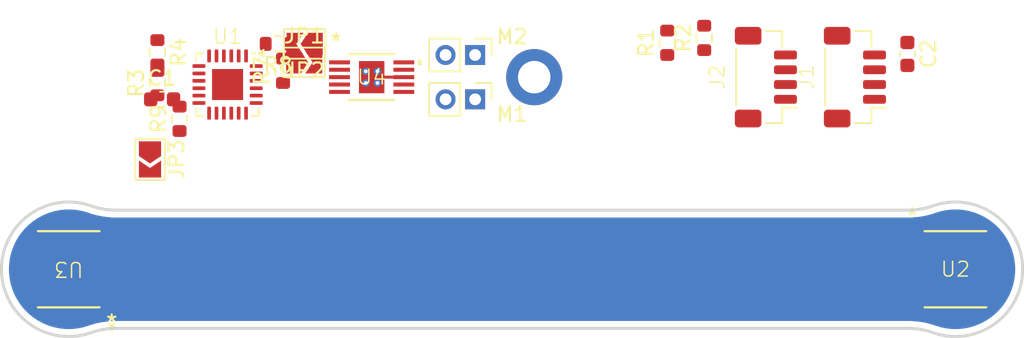
<source format=kicad_pcb>
(kicad_pcb (version 20241229) (generator "pcbnew") (generator_version "9.0")
  (layers (0 "F.Cu" signal) (2 "B.Cu" signal) (13 "F.Paste" user) (15 "B.Paste" user) (5 "F.SilkS" user "F.Silkscreen") (7 "B.SilkS" user "B.Silkscreen") (1 "F.Mask" user) (3 "B.Mask" user) (25 "Edge.Cuts" user))
  (net 0 "")
  (net 1 "+3.3V")
  (net 3 "/SDA")
  (net 4 "/SCL")
  (net 5 "/ADDR_0")
  (net 6 "/ADDR_1")
  (net 7 "/ADDR_2")
  (net 8 "/SDA0")
  (net 9 "/SCL0")
  (net 10 "/SCL1")
  (net 11 "/SDA1")
  (net 24 "GND")
  (net 31 "/M1")
  (net 32 "/M2")
  (footprint "MountingHole:MountingHole_2.2mm_M2_ISO14580_Pad" (layer "F.Cu") (at 151 87)
    (property "Reference" "H1" (hide yes))
    (property "Value" "MountingHole")
    (pad "1" thru_hole circle (at 0 0) (size 3.8 3.8) (drill 2.2) (layers "*.Cu" "*.Mask"))
  )
  (footprint "footprints:AS5600L-ASOM_AMS" (layer "F.Cu") (at 179.5 100)
    (property "Reference" "U2" (at 0 0 0) (layer "F.SilkS") (effects (font (thickness 0.1))))
    (property "Value" "AS5600L-ASOM" (hide yes))
    (fp_line (start -2.0828 2.5781) (end 2.0828 2.5781) (stroke (width 0.1524)) (layer "F.SilkS"))
    (fp_line (start 2.0828 -2.5781) (end -2.0828 -2.5781) (stroke (width 0.1524)) (layer "F.SilkS"))
    (fp_text user "*" (at -2.9097 -3.6068 0) (layer "F.SilkS"))
    (fp_text user "*" (at -2.9097 -3.6068 0) (layer "F.SilkS"))
    (pad "1" smd rect (at -2.6557 -1.905) (size 1.3998 0.5588) (layers "F.Cu" "F.Mask" "F.Paste") (net 1 "+3.3V"))
    (pad "2" smd rect (at -2.6557 -0.635) (size 1.3998 0.5588) (layers "F.Cu" "F.Mask" "F.Paste") (net 1 "+3.3V"))
    (pad "3" smd rect (at -2.6557 0.635) (size 1.3998 0.5588) (layers "F.Cu" "F.Mask" "F.Paste"))
    (pad "4" smd rect (at -2.6557 1.905) (size 1.3998 0.5588) (layers "F.Cu" "F.Mask" "F.Paste") (net 24 "GND"))
    (pad "5" smd rect (at 2.6557 1.905) (size 1.3998 0.5588) (layers "F.Cu" "F.Mask" "F.Paste"))
    (pad "6" smd rect (at 2.6557 0.635) (size 1.3998 0.5588) (layers "F.Cu" "F.Mask" "F.Paste") (net 8 "/SDA0"))
    (pad "7" smd rect (at 2.6557 -0.635) (size 1.3998 0.5588) (layers "F.Cu" "F.Mask" "F.Paste") (net 9 "/SCL0"))
    (pad "8" smd rect (at 2.6557 -1.905) (size 1.3998 0.5588) (layers "F.Cu" "F.Mask" "F.Paste") (net 24 "GND"))
  )
  (footprint "Resistor_SMD:R_0603_1608Metric" (layer "F.Cu") (at 134 86.57 90)
    (property "Reference" "R7" (at 0 -1.43 90) (layer "F.SilkS"))
    (property "Value" "100k")
    (fp_line (start -0.237258 -0.5225) (end 0.237258 -0.5225) (stroke (width 0.12)) (layer "F.SilkS"))
    (fp_line (start -0.237258 0.5225) (end 0.237258 0.5225) (stroke (width 0.12)) (layer "F.SilkS"))
    (pad "1" smd roundrect (at -0.825 0 90) (size 0.8 0.95) (layers "F.Cu" "F.Mask" "F.Paste") (net 5 "/ADDR_0"))
    (pad "2" smd roundrect (at 0.825 0 90) (size 0.8 0.95) (layers "F.Cu" "F.Mask" "F.Paste") (net 24 "GND"))
  )
  (footprint "Resistor_SMD:R_0603_1608Metric" (layer "F.Cu") (at 125.5 85.32 -90)
    (property "Reference" "R4" (at 0 -1.43 270) (layer "F.SilkS"))
    (property "Value" "4.7k")
    (fp_line (start -0.237258 0.5225) (end 0.237258 0.5225) (stroke (width 0.12)) (layer "F.SilkS"))
    (fp_line (start -0.237258 -0.5225) (end 0.237258 -0.5225) (stroke (width 0.12)) (layer "F.SilkS"))
    (pad "1" smd roundrect (at -0.825 0 270) (size 0.8 0.95) (layers "F.Cu" "F.Mask" "F.Paste") (net 1 "+3.3V"))
    (pad "2" smd roundrect (at 0.825 0 270) (size 0.8 0.95) (layers "F.Cu" "F.Mask" "F.Paste") (net 11 "/SDA1"))
  )
  (footprint "Capacitor_SMD:C_0603_1608Metric" (layer "F.Cu") (at 176.25 85.43 -90)
    (property "Reference" "C2" (at 0 -1.43 270) (layer "F.SilkS"))
    (property "Value" "100nF")
    (fp_line (start -0.14058 0.51) (end 0.14058 0.51) (stroke (width 0.12)) (layer "F.SilkS"))
    (fp_line (start -0.14058 -0.51) (end 0.14058 -0.51) (stroke (width 0.12)) (layer "F.SilkS"))
    (pad "1" smd roundrect (at -0.775 0 270) (size 0.9 0.95) (layers "F.Cu" "F.Mask" "F.Paste") (net 1 "+3.3V"))
    (pad "2" smd roundrect (at 0.775 0 270) (size 0.9 0.95) (layers "F.Cu" "F.Mask" "F.Paste") (net 24 "GND"))
  )
  (footprint "Resistor_SMD:R_0603_1608Metric" (layer "F.Cu") (at 160 84.675 90)
    (property "Reference" "R1" (at 0 -1.43 90) (layer "F.SilkS"))
    (property "Value" "4.7k")
    (fp_line (start -0.237258 -0.5225) (end 0.237258 -0.5225) (stroke (width 0.12)) (layer "F.SilkS"))
    (fp_line (start -0.237258 0.5225) (end 0.237258 0.5225) (stroke (width 0.12)) (layer "F.SilkS"))
    (pad "1" smd roundrect (at -0.825 0 90) (size 0.8 0.95) (layers "F.Cu" "F.Mask" "F.Paste") (net 1 "+3.3V"))
    (pad "2" smd roundrect (at 0.825 0 90) (size 0.8 0.95) (layers "F.Cu" "F.Mask" "F.Paste") (net 8 "/SDA0"))
  )
  (footprint "footprints:AS5600L-ASOM_AMS" (layer "F.Cu") (at 119.5 100 180)
    (property "Reference" "U3" (at 0 0 180) (layer "F.SilkS") (effects (font (thickness 0.1))))
    (property "Value" "AS5600L-ASOM" (hide yes))
    (fp_line (start 2.0828 -2.5781) (end -2.0828 -2.5781) (stroke (width 0.1524)) (layer "F.SilkS"))
    (fp_line (start -2.0828 2.5781) (end 2.0828 2.5781) (stroke (width 0.1524)) (layer "F.SilkS"))
    (fp_text user "*" (at -2.9097 -3.6068 180) (layer "F.SilkS"))
    (fp_text user "*" (at -2.9097 -3.6068 0) (layer "F.SilkS"))
    (pad "1" smd rect (at -2.6557 -1.905 180) (size 1.3998 0.5588) (layers "F.Cu" "F.Mask" "F.Paste") (net 1 "+3.3V"))
    (pad "2" smd rect (at -2.6557 -0.635 180) (size 1.3998 0.5588) (layers "F.Cu" "F.Mask" "F.Paste") (net 1 "+3.3V"))
    (pad "3" smd rect (at -2.6557 0.635 180) (size 1.3998 0.5588) (layers "F.Cu" "F.Mask" "F.Paste"))
    (pad "4" smd rect (at -2.6557 1.905 180) (size 1.3998 0.5588) (layers "F.Cu" "F.Mask" "F.Paste") (net 24 "GND"))
    (pad "5" smd rect (at 2.6557 1.905 180) (size 1.3998 0.5588) (layers "F.Cu" "F.Mask" "F.Paste"))
    (pad "6" smd rect (at 2.6557 0.635 180) (size 1.3998 0.5588) (layers "F.Cu" "F.Mask" "F.Paste") (net 11 "/SDA1"))
    (pad "7" smd rect (at 2.6557 -0.635 180) (size 1.3998 0.5588) (layers "F.Cu" "F.Mask" "F.Paste") (net 10 "/SCL1"))
    (pad "8" smd rect (at 2.6557 -1.905 180) (size 1.3998 0.5588) (layers "F.Cu" "F.Mask" "F.Paste") (net 24 "GND"))
  )
  (footprint "Resistor_SMD:R_0603_1608Metric" (layer "F.Cu") (at 162.5 84.345 90)
    (property "Reference" "R2" (at 0 -1.43 90) (layer "F.SilkS"))
    (property "Value" "4.7k")
    (fp_line (start -0.237258 -0.5225) (end 0.237258 -0.5225) (stroke (width 0.12)) (layer "F.SilkS"))
    (fp_line (start -0.237258 0.5225) (end 0.237258 0.5225) (stroke (width 0.12)) (layer "F.SilkS"))
    (pad "1" smd roundrect (at -0.825 0 90) (size 0.8 0.95) (layers "F.Cu" "F.Mask" "F.Paste") (net 1 "+3.3V"))
    (pad "2" smd roundrect (at 0.825 0 90) (size 0.8 0.95) (layers "F.Cu" "F.Mask" "F.Paste") (net 9 "/SCL0"))
  )
  (footprint "Resistor_SMD:R_0603_1608Metric" (layer "F.Cu") (at 133.655 84.75 180)
    (property "Reference" "R8" (at 0 -1.43 180) (layer "F.SilkS"))
    (property "Value" "100k")
    (fp_line (start -0.237258 0.5225) (end 0.237258 0.5225) (stroke (width 0.12)) (layer "F.SilkS"))
    (fp_line (start -0.237258 -0.5225) (end 0.237258 -0.5225) (stroke (width 0.12)) (layer "F.SilkS"))
    (pad "1" smd roundrect (at -0.825 0 180) (size 0.8 0.95) (layers "F.Cu" "F.Mask" "F.Paste") (net 6 "/ADDR_1"))
    (pad "2" smd roundrect (at 0.825 0 180) (size 0.8 0.95) (layers "F.Cu" "F.Mask" "F.Paste") (net 24 "GND"))
  )
  (footprint "Connector_PinHeader_2.00mm:PinHeader_1x02_P2.00mm_Vertical" (layer "F.Cu") (at 147 85.5 -90)
    (property "Reference" "M2" (at -1.25 -2.5 0) (layer "F.SilkS"))
    (property "Value" "Motor 2")
    (fp_line (start -1.11 3.11) (end 1.11 3.11) (stroke (width 0.12)) (layer "F.SilkS"))
    (fp_line (start -1.11 1) (end -1.11 3.11) (stroke (width 0.12)) (layer "F.SilkS"))
    (fp_line (start -1.11 1) (end 1.11 1) (stroke (width 0.12)) (layer "F.SilkS"))
    (fp_line (start 1.11 1) (end 1.11 3.11) (stroke (width 0.12)) (layer "F.SilkS"))
    (fp_line (start -1.11 0) (end -1.11 -1.11) (stroke (width 0.12)) (layer "F.SilkS"))
    (fp_line (start -1.11 -1.11) (end 0 -1.11) (stroke (width 0.12)) (layer "F.SilkS"))
    (pad "1" thru_hole rect (at 0 0 270) (size 1.35 1.35) (drill 0.8) (layers "*.Cu" "*.Mask") (net 24 "GND"))
    (pad "2" thru_hole circle (at 0 2 270) (size 1.35 1.35) (drill 0.8) (layers "*.Cu" "*.Mask") (net 32 "/M2"))
  )
  (footprint "Connector_PinHeader_2.00mm:PinHeader_1x02_P2.00mm_Vertical" (layer "F.Cu") (at 147 88.5 -90)
    (property "Reference" "M1" (at 1 -2.5 0) (layer "F.SilkS"))
    (property "Value" "Motor 1")
    (fp_line (start -1.11 3.11) (end 1.11 3.11) (stroke (width 0.12)) (layer "F.SilkS"))
    (fp_line (start -1.11 1) (end -1.11 3.11) (stroke (width 0.12)) (layer "F.SilkS"))
    (fp_line (start -1.11 1) (end 1.11 1) (stroke (width 0.12)) (layer "F.SilkS"))
    (fp_line (start 1.11 1) (end 1.11 3.11) (stroke (width 0.12)) (layer "F.SilkS"))
    (fp_line (start -1.11 0) (end -1.11 -1.11) (stroke (width 0.12)) (layer "F.SilkS"))
    (fp_line (start -1.11 -1.11) (end 0 -1.11) (stroke (width 0.12)) (layer "F.SilkS"))
    (pad "1" thru_hole rect (at 0 0 270) (size 1.35 1.35) (drill 0.8) (layers "*.Cu" "*.Mask") (net 24 "GND"))
    (pad "2" thru_hole circle (at 0 2 270) (size 1.35 1.35) (drill 0.8) (layers "*.Cu" "*.Mask") (net 31 "/M1"))
  )
  (footprint "Package_DFN_QFN:Texas_RGE0024C_VQFN-24-1EP_4x4mm_P0.5mm_EP2.1x2.1mm" (layer "F.Cu") (at 130.25 87.5 -90)
    (property "Reference" "U1" (at -3.25 0 0) (layer "F.SilkS") (effects (font (thickness 0.1))))
    (property "Value" "TCA9548ARGER")
    (fp_line (start -2.11 2.11) (end -2.11 1.635) (stroke (width 0.12)) (layer "F.SilkS"))
    (fp_line (start -1.635 2.11) (end -2.11 2.11) (stroke (width 0.12)) (layer "F.SilkS"))
    (fp_line (start 1.635 2.11) (end 2.11 2.11) (stroke (width 0.12)) (layer "F.SilkS"))
    (fp_line (start 2.11 2.11) (end 2.11 1.635) (stroke (width 0.12)) (layer "F.SilkS"))
    (fp_line (start -2.11 -1.635) (end -2.11 -1.87) (stroke (width 0.12)) (layer "F.SilkS"))
    (fp_line (start -1.635 -2.11) (end -1.81 -2.11) (stroke (width 0.12)) (layer "F.SilkS"))
    (fp_line (start 1.635 -2.11) (end 2.11 -2.11) (stroke (width 0.12)) (layer "F.SilkS"))
    (fp_line (start 2.11 -2.11) (end 2.11 -1.635) (stroke (width 0.12)) (layer "F.SilkS"))
    (fp_poly (pts (xy -2.11 -2.11) (xy -2.35 -2.44) (xy -1.87 -2.44)) (stroke (width 0.12)) (fill yes) (layer "F.SilkS"))
    (pad "1" smd roundrect (at -1.9375 -1.25 270) (size 0.875 0.25) (layers "F.Cu" "F.Mask" "F.Paste") (net 8 "/SDA0"))
    (pad "2" smd roundrect (at -1.9375 -0.75 270) (size 0.875 0.25) (layers "F.Cu" "F.Mask" "F.Paste") (net 9 "/SCL0"))
    (pad "3" smd roundrect (at -1.9375 -0.25 270) (size 0.875 0.25) (layers "F.Cu" "F.Mask" "F.Paste"))
    (pad "4" smd roundrect (at -1.9375 0.25 270) (size 0.875 0.25) (layers "F.Cu" "F.Mask" "F.Paste"))
    (pad "5" smd roundrect (at -1.9375 0.75 270) (size 0.875 0.25) (layers "F.Cu" "F.Mask" "F.Paste"))
    (pad "6" smd roundrect (at -1.9375 1.25 270) (size 0.875 0.25) (layers "F.Cu" "F.Mask" "F.Paste"))
    (pad "7" smd roundrect (at -1.25 1.9375 270) (size 0.25 0.875) (layers "F.Cu" "F.Mask" "F.Paste"))
    (pad "8" smd roundrect (at -0.75 1.9375 270) (size 0.25 0.875) (layers "F.Cu" "F.Mask" "F.Paste"))
    (pad "9" smd roundrect (at -0.25 1.9375 270) (size 0.25 0.875) (layers "F.Cu" "F.Mask" "F.Paste") (net 24 "GND"))
    (pad "10" smd roundrect (at 0.25 1.9375 270) (size 0.25 0.875) (layers "F.Cu" "F.Mask" "F.Paste") (net 11 "/SDA1"))
    (pad "11" smd roundrect (at 0.75 1.9375 270) (size 0.25 0.875) (layers "F.Cu" "F.Mask" "F.Paste") (net 10 "/SCL1"))
    (pad "12" smd roundrect (at 1.25 1.9375 270) (size 0.25 0.875) (layers "F.Cu" "F.Mask" "F.Paste"))
    (pad "13" smd roundrect (at 1.9375 1.25 270) (size 0.875 0.25) (layers "F.Cu" "F.Mask" "F.Paste"))
    (pad "14" smd roundrect (at 1.9375 0.75 270) (size 0.875 0.25) (layers "F.Cu" "F.Mask" "F.Paste"))
    (pad "15" smd roundrect (at 1.9375 0.25 270) (size 0.875 0.25) (layers "F.Cu" "F.Mask" "F.Paste"))
    (pad "16" smd roundrect (at 1.9375 -0.25 270) (size 0.875 0.25) (layers "F.Cu" "F.Mask" "F.Paste"))
    (pad "17" smd roundrect (at 1.9375 -0.75 270) (size 0.875 0.25) (layers "F.Cu" "F.Mask" "F.Paste"))
    (pad "18" smd roundrect (at 1.9375 -1.25 270) (size 0.875 0.25) (layers "F.Cu" "F.Mask" "F.Paste") (net 7 "/ADDR_2"))
    (pad "19" smd roundrect (at 1.25 -1.9375 270) (size 0.25 0.875) (layers "F.Cu" "F.Mask" "F.Paste") (net 4 "/SCL"))
    (pad "20" smd roundrect (at 0.75 -1.9375 270) (size 0.25 0.875) (layers "F.Cu" "F.Mask" "F.Paste") (net 3 "/SDA"))
    (pad "21" smd roundrect (at 0.25 -1.9375 270) (size 0.25 0.875) (layers "F.Cu" "F.Mask" "F.Paste") (net 1 "+3.3V"))
    (pad "22" smd roundrect (at -0.25 -1.9375 270) (size 0.25 0.875) (layers "F.Cu" "F.Mask" "F.Paste") (net 5 "/ADDR_0"))
    (pad "23" smd roundrect (at -0.75 -1.9375 270) (size 0.25 0.875) (layers "F.Cu" "F.Mask" "F.Paste") (net 6 "/ADDR_1"))
    (pad "24" smd roundrect (at -1.25 -1.9375 270) (size 0.25 0.875) (layers "F.Cu" "F.Mask" "F.Paste"))
    (pad "25" smd rect (at 0 0 270) (size 2.1 2.1) (property pad_prop_heatsink) (layers "F.Cu" "F.Mask"))
  )
  (footprint "Resistor_SMD:R_0603_1608Metric" (layer "F.Cu") (at 127 89.82 90)
    (property "Reference" "R9" (at 0 -1.43 90) (layer "F.SilkS"))
    (property "Value" "100k")
    (fp_line (start -0.237258 -0.5225) (end 0.237258 -0.5225) (stroke (width 0.12)) (layer "F.SilkS"))
    (fp_line (start -0.237258 0.5225) (end 0.237258 0.5225) (stroke (width 0.12)) (layer "F.SilkS"))
    (pad "1" smd roundrect (at -0.825 0 90) (size 0.8 0.95) (layers "F.Cu" "F.Mask" "F.Paste") (net 7 "/ADDR_2"))
    (pad "2" smd roundrect (at 0.825 0 90) (size 0.8 0.95) (layers "F.Cu" "F.Mask" "F.Paste") (net 24 "GND"))
  )
  (footprint "Jumper:SolderJumper-2_P1.3mm_Open_TrianglePad1.0x1.5mm" (layer "F.Cu") (at 135.4325 86)
    (property "Reference" "JP1" (at 0 -1.8 0) (layer "F.SilkS"))
    (property "Value" "~")
    (fp_line (start -1.4 -1) (end 1.4 -1) (stroke (width 0.12)) (layer "F.SilkS"))
    (fp_line (start -1.4 1) (end -1.4 -1) (stroke (width 0.12)) (layer "F.SilkS"))
    (fp_line (start 1.4 -1) (end 1.4 1) (stroke (width 0.12)) (layer "F.SilkS"))
    (fp_line (start 1.4 1) (end -1.4 1) (stroke (width 0.12)) (layer "F.SilkS"))
    (pad "1" smd custom (at -0.725 0) (size 0.3 0.3) (layers "F.Cu" "F.Mask") (net 5 "/ADDR_0") (options (clearance outline) (anchor rect)) (primitives (gr_poly (pts (xy 1 0) (xy 0.5 0.75) (xy -0.5 0.75) (xy -0.5 -0.75) (xy 0.5 -0.75)) (width 0) (fill yes))))
    (pad "2" smd custom (at 0.725 0) (size 0.3 0.3) (layers "F.Cu" "F.Mask") (net 1 "+3.3V") (options (clearance outline) (anchor rect)) (primitives (gr_poly (pts (xy 0.5 0.75) (xy -0.65 0.75) (xy -0.15 0) (xy -0.65 -0.75) (xy 0.5 -0.75)) (width 0) (fill yes))))
  )
  (footprint "Capacitor_SMD:C_0603_1608Metric" (layer "F.Cu") (at 125.82 88.5)
    (property "Reference" "C1" (at 0 -1.43 0) (layer "F.SilkS"))
    (property "Value" "100nF")
    (fp_line (start -0.14058 -0.51) (end 0.14058 -0.51) (stroke (width 0.12)) (layer "F.SilkS"))
    (fp_line (start -0.14058 0.51) (end 0.14058 0.51) (stroke (width 0.12)) (layer "F.SilkS"))
    (pad "1" smd roundrect (at -0.775 0) (size 0.9 0.95) (layers "F.Cu" "F.Mask" "F.Paste") (net 1 "+3.3V"))
    (pad "2" smd roundrect (at 0.775 0) (size 0.9 0.95) (layers "F.Cu" "F.Mask" "F.Paste") (net 24 "GND"))
  )
  (footprint "DRV8830:DGQ10_2P18X1P72" (layer "F.Cu") (at 140 87)
    (property "Reference" "U4" (at 0 0 0) (layer "F.SilkS") (effects (font (thickness 0.1))))
    (property "Value" "DRV8830DGQR")
    (fp_line (start -1.549999 1.549999) (end 1.549999 1.549999) (stroke (width 0.1524)) (layer "F.SilkS"))
    (fp_line (start 1.549999 -1.549999) (end -1.549999 -1.549999) (stroke (width 0.1524)) (layer "F.SilkS"))
    (fp_poly (pts (xy 3.388599 -1.190501) (xy 3.388599 -0.809501) (xy 3.134599 -0.809501) (xy 3.134599 -1.190501)) (fill yes) (layer "F.SilkS"))
    (fp_text user "*" (at -2.428999 -2.413 0) (layer "F.SilkS"))
    (fp_text user "*" (at -2.428999 -2.413 0) (layer "F.SilkS"))
    (pad "1" smd rect (at -2.174999 -1.000001) (size 1.4112 0.27) (layers "F.Cu" "F.Mask" "F.Paste") (net 32 "/M2"))
    (pad "2" smd rect (at -2.174999 -0.499999) (size 1.4112 0.27) (layers "F.Cu" "F.Mask" "F.Paste") (net 24 "GND"))
    (pad "3" smd rect (at -2.174999 0) (size 1.4112 0.27) (layers "F.Cu" "F.Mask" "F.Paste") (net 31 "/M1"))
    (pad "4" smd rect (at -2.174999 0.499999) (size 1.4112 0.27) (layers "F.Cu" "F.Mask" "F.Paste") (net 1 "+3.3V"))
    (pad "5" smd rect (at -2.174999 1.000001) (size 1.4112 0.27) (layers "F.Cu" "F.Mask" "F.Paste") (net 24 "GND"))
    (pad "6" smd rect (at 2.174999 1.000001) (size 1.4112 0.27) (layers "F.Cu" "F.Mask" "F.Paste"))
    (pad "7" smd rect (at 2.174999 0.499999) (size 1.4112 0.27) (layers "F.Cu" "F.Mask" "F.Paste") (net 24 "GND"))
    (pad "8" smd rect (at 2.174999 0) (size 1.4112 0.27) (layers "F.Cu" "F.Mask" "F.Paste") (net 24 "GND"))
    (pad "9" smd rect (at 2.174999 -0.499999) (size 1.4112 0.27) (layers "F.Cu" "F.Mask" "F.Paste") (net 8 "/SDA0"))
    (pad "10" smd rect (at 2.174999 -1.000001) (size 1.4112 0.27) (layers "F.Cu" "F.Mask" "F.Paste") (net 9 "/SCL0"))
    (pad "EPAD" smd rect (at 0 0) (size 1.72 2.18) (layers "F.Cu") (net 24 "GND"))
    (pad "V" thru_hole circle (at -0.3937 -0.3937) (size 0.508 0.508) (drill 0.254) (layers "*.Cu" "*.Mask"))
    (pad "V" thru_hole circle (at -0.3937 0.3937) (size 0.508 0.508) (drill 0.254) (layers "*.Cu" "*.Mask"))
    (pad "V" thru_hole circle (at 0.3937 -0.3937) (size 0.508 0.508) (drill 0.254) (layers "*.Cu" "*.Mask"))
    (pad "V" thru_hole circle (at 0.3937 0.3937) (size 0.508 0.508) (drill 0.254) (layers "*.Cu" "*.Mask"))
  )
  (footprint "Jumper:SolderJumper-2_P1.3mm_Open_TrianglePad1.0x1.5mm" (layer "F.Cu") (at 125 92.5675 -90)
    (property "Reference" "JP3" (at 0 -1.8 270) (layer "F.SilkS"))
    (property "Value" "~")
    (fp_line (start -1.4 1) (end -1.4 -1) (stroke (width 0.12)) (layer "F.SilkS"))
    (fp_line (start 1.4 1) (end -1.4 1) (stroke (width 0.12)) (layer "F.SilkS"))
    (fp_line (start -1.4 -1) (end 1.4 -1) (stroke (width 0.12)) (layer "F.SilkS"))
    (fp_line (start 1.4 -1) (end 1.4 1) (stroke (width 0.12)) (layer "F.SilkS"))
    (pad "1" smd custom (at -0.725 0 270) (size 0.3 0.3) (layers "F.Cu" "F.Mask") (net 1 "+3.3V") (options (clearance outline) (anchor rect)) (primitives (gr_poly (pts (xy 1 0) (xy 0.5 0.75) (xy -0.5 0.75) (xy -0.5 -0.75) (xy 0.5 -0.75)) (width 0) (fill yes))))
    (pad "2" smd custom (at 0.725 0 270) (size 0.3 0.3) (layers "F.Cu" "F.Mask") (net 7 "/ADDR_2") (options (clearance outline) (anchor rect)) (primitives (gr_poly (pts (xy 0.5 0.75) (xy -0.65 0.75) (xy -0.15 0) (xy -0.65 -0.75) (xy 0.5 -0.75)) (width 0) (fill yes))))
  )
  (footprint "Jumper:SolderJumper-2_P1.3mm_Open_TrianglePad1.0x1.5mm" (layer "F.Cu") (at 135.4675 84.75 180)
    (property "Reference" "JP2" (at 0 -1.8 180) (layer "F.SilkS"))
    (property "Value" "~")
    (fp_line (start 1.4 1) (end -1.4 1) (stroke (width 0.12)) (layer "F.SilkS"))
    (fp_line (start 1.4 -1) (end 1.4 1) (stroke (width 0.12)) (layer "F.SilkS"))
    (fp_line (start -1.4 1) (end -1.4 -1) (stroke (width 0.12)) (layer "F.SilkS"))
    (fp_line (start -1.4 -1) (end 1.4 -1) (stroke (width 0.12)) (layer "F.SilkS"))
    (pad "1" smd custom (at -0.725 0 180) (size 0.3 0.3) (layers "F.Cu" "F.Mask") (net 1 "+3.3V") (options (clearance outline) (anchor rect)) (primitives (gr_poly (pts (xy 1 0) (xy 0.5 0.75) (xy -0.5 0.75) (xy -0.5 -0.75) (xy 0.5 -0.75)) (width 0) (fill yes))))
    (pad "2" smd custom (at 0.725 0 180) (size 0.3 0.3) (layers "F.Cu" "F.Mask") (net 6 "/ADDR_1") (options (clearance outline) (anchor rect)) (primitives (gr_poly (pts (xy 0.5 0.75) (xy -0.65 0.75) (xy -0.15 0) (xy -0.65 -0.75) (xy 0.5 -0.75)) (width 0) (fill yes))))
  )
  (footprint "Connector_JST:JST_SH_BM04B-SRSS-TB_1x04-1MP_P1.00mm_Vertical" (layer "F.Cu") (at 172.7 87 90)
    (property "Reference" "J1" (at 0 -3.3 90) (layer "F.SilkS") (effects (font (thickness 0.1))))
    (property "Value" "JST-SH 1x4")
    (fp_line (start -1.94 -2.01) (end 1.94 -2.01) (stroke (width 0.12)) (layer "F.SilkS"))
    (fp_line (start 3.11 -0.04) (end 3.11 1.11) (stroke (width 0.12)) (layer "F.SilkS"))
    (fp_line (start -3.11 -0.04) (end -3.11 1.11) (stroke (width 0.12)) (layer "F.SilkS"))
    (fp_line (start 3.11 1.11) (end 2.06 1.11) (stroke (width 0.12)) (layer "F.SilkS"))
    (fp_line (start -2.06 1.11) (end -2.06 2.1) (stroke (width 0.12)) (layer "F.SilkS"))
    (fp_line (start -3.11 1.11) (end -2.06 1.11) (stroke (width 0.12)) (layer "F.SilkS"))
    (pad "1" smd roundrect (at -1.5 1.325 90) (size 0.6 1.55) (layers "F.Cu" "F.Mask" "F.Paste") (net 4 "/SCL"))
    (pad "2" smd roundrect (at -0.5 1.325 90) (size 0.6 1.55) (layers "F.Cu" "F.Mask" "F.Paste") (net 3 "/SDA"))
    (pad "3" smd roundrect (at 0.5 1.325 90) (size 0.6 1.55) (layers "F.Cu" "F.Mask" "F.Paste") (net 1 "+3.3V"))
    (pad "4" smd roundrect (at 1.5 1.325 90) (size 0.6 1.55) (layers "F.Cu" "F.Mask" "F.Paste") (net 24 "GND"))
    (pad "MP" smd roundrect (at -2.8 -1.2 90) (size 1.2 1.8) (layers "F.Cu" "F.Mask" "F.Paste") (roundrect_rratio 0.208333))
    (pad "MP" smd roundrect (at 2.8 -1.2 90) (size 1.2 1.8) (layers "F.Cu" "F.Mask" "F.Paste") (roundrect_rratio 0.208333))
  )
  (footprint "Connector_JST:JST_SH_BM04B-SRSS-TB_1x04-1MP_P1.00mm_Vertical" (layer "F.Cu") (at 166.675 87 90)
    (property "Reference" "J2" (at 0 -3.3 90) (layer "F.SilkS") (effects (font (thickness 0.1))))
    (property "Value" "JST-SH 1x4")
    (fp_line (start -1.94 -2.01) (end 1.94 -2.01) (stroke (width 0.12)) (layer "F.SilkS"))
    (fp_line (start 3.11 -0.04) (end 3.11 1.11) (stroke (width 0.12)) (layer "F.SilkS"))
    (fp_line (start -3.11 -0.04) (end -3.11 1.11) (stroke (width 0.12)) (layer "F.SilkS"))
    (fp_line (start 3.11 1.11) (end 2.06 1.11) (stroke (width 0.12)) (layer "F.SilkS"))
    (fp_line (start -2.06 1.11) (end -2.06 2.1) (stroke (width 0.12)) (layer "F.SilkS"))
    (fp_line (start -3.11 1.11) (end -2.06 1.11) (stroke (width 0.12)) (layer "F.SilkS"))
    (pad "1" smd roundrect (at -1.5 1.325 90) (size 0.6 1.55) (layers "F.Cu" "F.Mask" "F.Paste") (net 4 "/SCL"))
    (pad "2" smd roundrect (at -0.5 1.325 90) (size 0.6 1.55) (layers "F.Cu" "F.Mask" "F.Paste") (net 3 "/SDA"))
    (pad "3" smd roundrect (at 0.5 1.325 90) (size 0.6 1.55) (layers "F.Cu" "F.Mask" "F.Paste") (net 1 "+3.3V"))
    (pad "4" smd roundrect (at 1.5 1.325 90) (size 0.6 1.55) (layers "F.Cu" "F.Mask" "F.Paste") (net 24 "GND"))
    (pad "MP" smd roundrect (at -2.8 -1.2 90) (size 1.2 1.8) (layers "F.Cu" "F.Mask" "F.Paste") (roundrect_rratio 0.208333))
    (pad "MP" smd roundrect (at 2.8 -1.2 90) (size 1.2 1.8) (layers "F.Cu" "F.Mask" "F.Paste") (roundrect_rratio 0.208333))
  )
  (footprint "Resistor_SMD:R_0603_1608Metric" (layer "F.Cu") (at 125.5 87.405 90)
    (property "Reference" "R3" (at 0 -1.43 90) (layer "F.SilkS"))
    (property "Value" "4.7k")
    (fp_line (start -0.237258 -0.5225) (end 0.237258 -0.5225) (stroke (width 0.12)) (layer "F.SilkS"))
    (fp_line (start -0.237258 0.5225) (end 0.237258 0.5225) (stroke (width 0.12)) (layer "F.SilkS"))
    (pad "1" smd roundrect (at -0.825 0 90) (size 0.8 0.95) (layers "F.Cu" "F.Mask" "F.Paste") (net 1 "+3.3V"))
    (pad "2" smd roundrect (at 0.825 0 90) (size 0.8 0.95) (layers "F.Cu" "F.Mask" "F.Paste") (net 10 "/SCL1"))
  )
  (gr_line (start 142 87) (end 140.5 87) (stroke (width 0.2)) (layer "F.Cu") (net 24))
  (gr_arc (start 121.021813 104.287958) (mid 114.95 100) (end 121.021813 95.712042) (stroke (width 0.2)) (layer "Edge.Cuts"))
  (gr_arc (start 176.305868 104) (mid 177.154331 104.072515) (end 177.978187 104.287958) (stroke (width 0.2)) (layer "Edge.Cuts"))
  (gr_arc (start 121.021813 104.287958) (mid 121.845669 104.072515) (end 122.694132 104) (stroke (width 0.2)) (layer "Edge.Cuts"))
  (gr_line (start 122.694132 104) (end 176.305868 104) (stroke (width 0.2)) (layer "Edge.Cuts"))
  (gr_arc (start 177.978187 95.712042) (mid 177.154331 95.927485) (end 176.30587 96) (stroke (width 0.2)) (layer "Edge.Cuts"))
  (gr_arc (start 122.69413 96) (mid 121.845669 95.927485) (end 121.021813 95.712042) (stroke (width 0.2)) (layer "Edge.Cuts"))
  (gr_arc (start 177.978187 95.712042) (mid 184.05 100) (end 177.978187 104.287958) (stroke (width 0.2)) (layer "Edge.Cuts"))
  (gr_line (start 122.69413 96) (end 176.30587 96) (stroke (width 0.2)) (layer "Edge.Cuts"))
  (zone (net 24) (net_name "GND") (layer "B.Cu") (connect_pads (clearance 0.5)) (min_thickness 0.25) (fill yes (thermal_gap 0.5) (thermal_bridge_width 0.5))
    (polygon (pts (xy 121.5 96) (xy 177 96) (xy 177 104) (xy 121.5 104)))
  )
  (zone (net 24) (net_name "GND") (layer "B.Cu") (connect_pads (clearance 0.5)) (min_thickness 0.25) (fill yes (thermal_gap 0.5) (thermal_bridge_width 0.5))
    (polygon (pts (xy 123.995717 99.803713) (xy 123.961502 99.412632) (xy 123.893332 99.026022) (xy 123.791726 98.646824) (xy 123.657458 98.277925) (xy 123.491549 97.922131) (xy 123.295262 97.582152) (xy 123.07009 97.260574) (xy 122.817748 96.959844) (xy 122.540156 96.682252) (xy 122.239426 96.42991) (xy 121.917848 96.204738) (xy 121.577869 96.008451) (xy 121.222075 95.842542) (xy 120.853176 95.708274) (xy 120.473978 95.606668) (xy 120.087368 95.538498) (xy 119.696287 95.504283) (xy 119.303713 95.504283) (xy 118.912632 95.538498) (xy 118.526022 95.606668) (xy 118.146824 95.708274) (xy 117.777925 95.842542) (xy 117.422131 96.008451) (xy 117.082152 96.204738) (xy 116.760574 96.42991) (xy 116.459844 96.682252) (xy 116.182252 96.959844) (xy 115.92991 97.260574) (xy 115.704738 97.582152) (xy 115.508451 97.922131) (xy 115.342542 98.277925) (xy 115.208274 98.646824) (xy 115.106668 99.026022) (xy 115.038498 99.412632) (xy 115.004283 99.803713) (xy 115.004283 100.196287) (xy 115.038498 100.587368) (xy 115.106668 100.973978) (xy 115.208274 101.353176) (xy 115.342542 101.722075) (xy 115.508451 102.077869) (xy 115.704738 102.417848) (xy 115.92991 102.739426) (xy 116.182252 103.040156) (xy 116.459844 103.317748) (xy 116.760574 103.57009) (xy 117.082152 103.795262) (xy 117.422131 103.991549) (xy 117.777925 104.157458) (xy 118.146824 104.291726) (xy 118.526022 104.393332) (xy 118.912632 104.461502) (xy 119.303713 104.495717) (xy 119.696287 104.495717) (xy 120.087368 104.461502) (xy 120.473978 104.393332) (xy 120.853176 104.291726) (xy 121.222075 104.157458) (xy 121.577869 103.991549) (xy 121.917848 103.795262) (xy 122.239426 103.57009) (xy 122.540156 103.317748) (xy 122.817748 103.040156) (xy 123.07009 102.739426) (xy 123.295262 102.417848) (xy 123.491549 102.077869) (xy 123.657458 101.722075) (xy 123.791726 101.353176) (xy 123.893332 100.973978) (xy 123.961502 100.587368) (xy 123.995717 100.196287)))
  )
  (zone (net 24) (net_name "GND") (layer "B.Cu") (connect_pads (clearance 0.5)) (min_thickness 0.25) (fill yes (thermal_gap 0.5) (thermal_bridge_width 0.5))
    (polygon (pts (xy 183.995717 99.803713) (xy 183.961502 99.412632) (xy 183.893332 99.026022) (xy 183.791726 98.646824) (xy 183.657458 98.277925) (xy 183.491549 97.922131) (xy 183.295262 97.582152) (xy 183.07009 97.260574) (xy 182.817748 96.959844) (xy 182.540156 96.682252) (xy 182.239426 96.42991) (xy 181.917848 96.204738) (xy 181.577869 96.008451) (xy 181.222075 95.842542) (xy 180.853176 95.708274) (xy 180.473978 95.606668) (xy 180.087368 95.538498) (xy 179.696287 95.504283) (xy 179.303713 95.504283) (xy 178.912632 95.538498) (xy 178.526022 95.606668) (xy 178.146824 95.708274) (xy 177.777925 95.842542) (xy 177.422131 96.008451) (xy 177.082152 96.204738) (xy 176.760574 96.42991) (xy 176.459844 96.682252) (xy 176.182252 96.959844) (xy 175.92991 97.260574) (xy 175.704738 97.582152) (xy 175.508451 97.922131) (xy 175.342542 98.277925) (xy 175.208274 98.646824) (xy 175.106668 99.026022) (xy 175.038498 99.412632) (xy 175.004283 99.803713) (xy 175.004283 100.196287) (xy 175.038498 100.587368) (xy 175.106668 100.973978) (xy 175.208274 101.353176) (xy 175.342542 101.722075) (xy 175.508451 102.077869) (xy 175.704738 102.417848) (xy 175.92991 102.739426) (xy 176.182252 103.040156) (xy 176.459844 103.317748) (xy 176.760574 103.57009) (xy 177.082152 103.795262) (xy 177.422131 103.991549) (xy 177.777925 104.157458) (xy 178.146824 104.291726) (xy 178.526022 104.393332) (xy 178.912632 104.461502) (xy 179.303713 104.495717) (xy 179.696287 104.495717) (xy 180.087368 104.461502) (xy 180.473978 104.393332) (xy 180.853176 104.291726) (xy 181.222075 104.157458) (xy 181.577869 103.991549) (xy 181.917848 103.795262) (xy 182.239426 103.57009) (xy 182.540156 103.317748) (xy 182.817748 103.040156) (xy 183.07009 102.739426) (xy 183.295262 102.417848) (xy 183.491549 102.077869) (xy 183.657458 101.722075) (xy 183.791726 101.353176) (xy 183.893332 100.973978) (xy 183.961502 100.587368) (xy 183.995717 100.196287)))
  )
)
</source>
